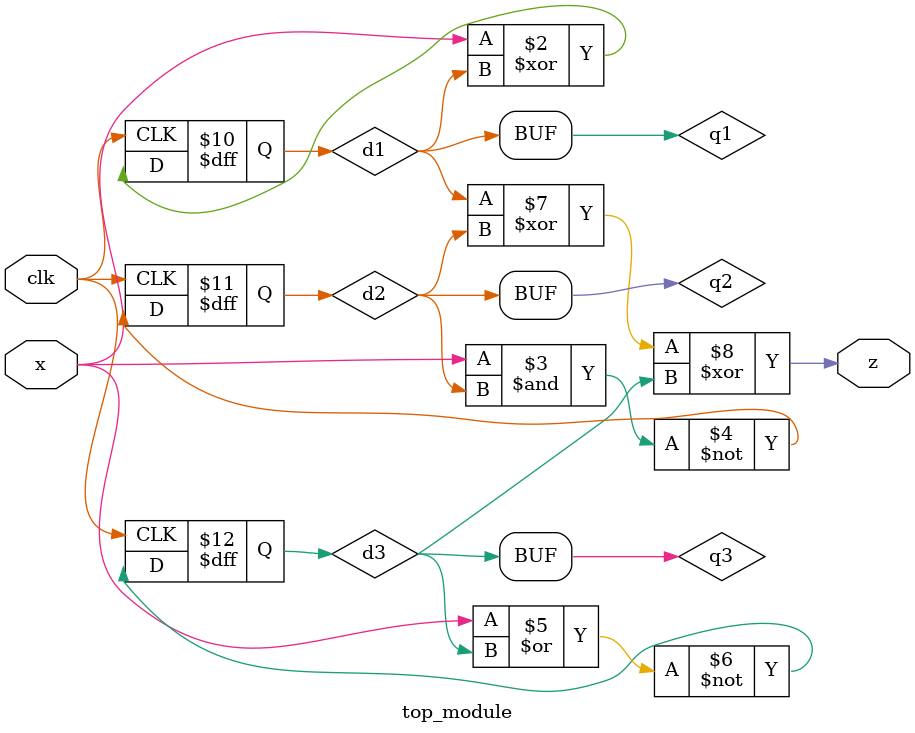
<source format=sv>
module top_module (
  input clk,
  input x,
  output z
);
  reg d1, d2, d3;
  wire q1, q2, q3;

  initial begin
    d1 = 0;
    d2 = 0;
    d3 = 0;
  end

  always @(posedge clk) begin
    d1 <= x ^ q1;
    d2 <= ~(x & q2);
    d3 <= ~(x | q3);
  end

  assign q1 = d1;
  assign q2 = d2;
  assign q3 = d3;

  assign z = q1 ^ q2 ^ q3;
endmodule

</source>
